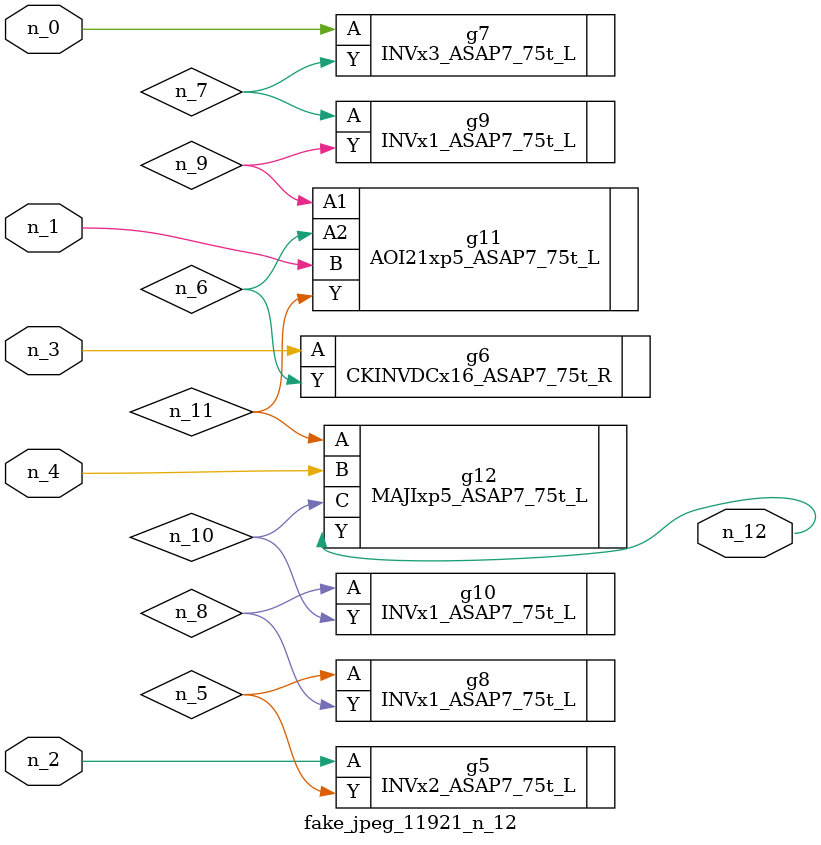
<source format=v>
module fake_jpeg_11921_n_12 (n_3, n_2, n_1, n_0, n_4, n_12);

input n_3;
input n_2;
input n_1;
input n_0;
input n_4;

output n_12;

wire n_11;
wire n_10;
wire n_8;
wire n_9;
wire n_6;
wire n_5;
wire n_7;

INVx2_ASAP7_75t_L g5 ( 
.A(n_2),
.Y(n_5)
);

CKINVDCx16_ASAP7_75t_R g6 ( 
.A(n_3),
.Y(n_6)
);

INVx3_ASAP7_75t_L g7 ( 
.A(n_0),
.Y(n_7)
);

INVx1_ASAP7_75t_L g8 ( 
.A(n_5),
.Y(n_8)
);

INVx1_ASAP7_75t_L g10 ( 
.A(n_8),
.Y(n_10)
);

INVx1_ASAP7_75t_L g9 ( 
.A(n_7),
.Y(n_9)
);

AOI21xp5_ASAP7_75t_L g11 ( 
.A1(n_9),
.A2(n_6),
.B(n_1),
.Y(n_11)
);

MAJIxp5_ASAP7_75t_L g12 ( 
.A(n_11),
.B(n_4),
.C(n_10),
.Y(n_12)
);


endmodule
</source>
